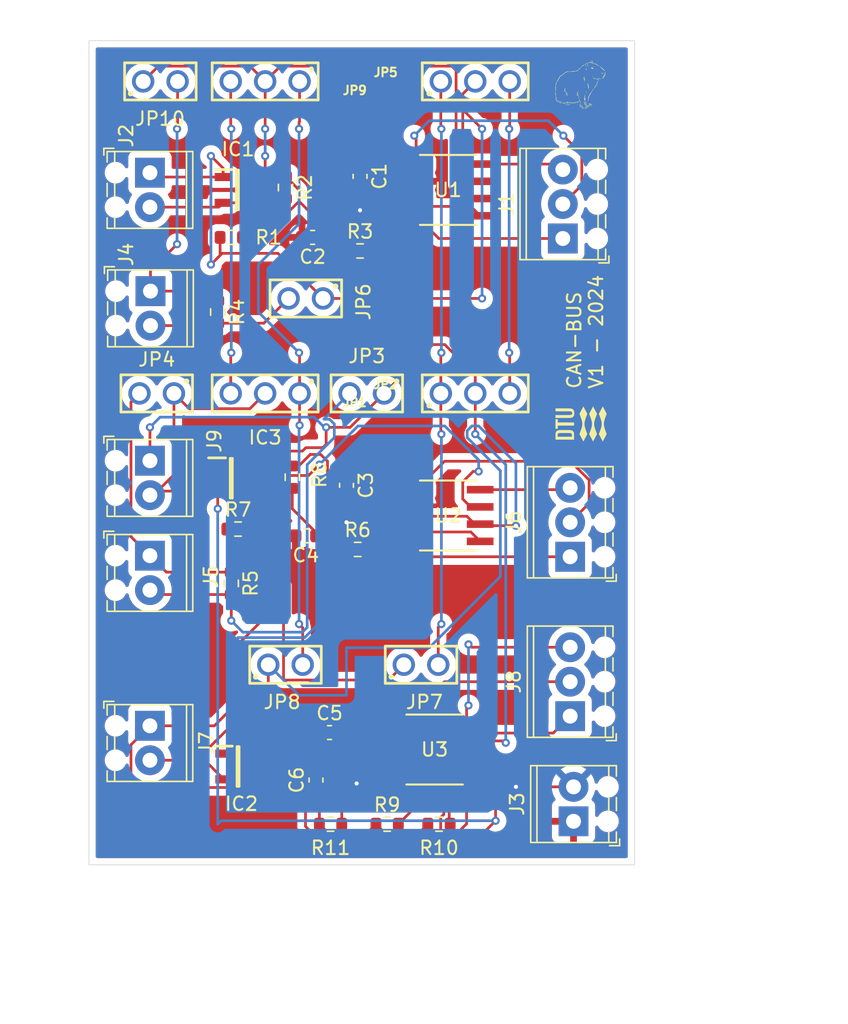
<source format=kicad_pcb>
(kicad_pcb (version 20240108) (generator "pcbnew") (generator_version "8.0")
  (layers (0 "F.Cu" signal) (31 "B.Cu" signal) (34 "B.Paste" user) (35 "F.Paste" user) (36 "B.SilkS" user "B.Silkscreen") (37 "F.SilkS" user "F.Silkscreen") (38 "B.Mask" user) (39 "F.Mask" user) (44 "Edge.Cuts" user))
  (net 0 "")
  (net 1 "+5V")
  (net 2 "GND")
  (net 3 "Net-(C2-Pad1)")
  (net 4 "Net-(C4-Pad1)")
  (net 5 "Net-(C6-Pad1)")
  (net 6 "Net-(IC1-IO_2)")
  (net 7 "Net-(IC1-IO_1)")
  (net 8 "CAN_L_MIDDLE1")
  (net 9 "Net-(IC2-IO_1)")
  (net 10 "Net-(IC3-IO_1)")
  (net 11 "Net-(IC3-IO_2)")
  (net 12 "Net-(J1-Pin_2)")
  (net 13 "Net-(J1-Pin_3)")
  (net 14 "Net-(J1-Pin_1)")
  (net 15 "Net-(J4-Pin_1)")
  (net 16 "Net-(J4-Pin_2)")
  (net 17 "Net-(J5-Pin_2)")
  (net 18 "Net-(J5-Pin_1)")
  (net 19 "Net-(J6-Pin_1)")
  (net 20 "Net-(J6-Pin_3)")
  (net 21 "Net-(J6-Pin_2)")
  (net 22 "Net-(J8-Pin_1)")
  (net 23 "Net-(J8-Pin_2)")
  (net 24 "Net-(J8-Pin_3)")
  (net 25 "Net-(U1-SPLIT)")
  (net 26 "Net-(U2-SPLIT)")
  (net 27 "Net-(U3-SPLIT)")
  (net 28 "CAN_L_NO_MIDDLE")
  (net 29 "CAN_H_MIDDLE1")
  (net 30 "CAN_H_NO_MIDDLE")
  (net 31 "Net-(IC2-IO_2)")
  (footprint "Resistor_SMD:R_0603_1608Metric" (layer "F.Cu") (at 159.5 62.825 -90)
    (property "Reference" "R2")
    (property "Value" "60")
  )
  (footprint "Library:dtu" (layer "F.Cu") (at 181.25 80.25 90)
    (property "Reference" "G***" (hide yes))
    (property "Value" "LOGO" (hide yes))
  )
  (footprint "ESD2CAN:SOT95P237X112-3N" (layer "F.Cu") (at 155.5 84.25)
    (property "Reference" "IC3")
    (property "Value" "ESD2CANFD24DBZRQ1" (hide yes))
  )
  (footprint "Library:capy" (layer "F.Cu") (at 181.25 55.25)
    (property "Reference" "G***" (hide yes))
    (property "Value" "LOGO" (hide yes))
  )
  (footprint "Resistor_SMD:R_0603_1608Metric" (layer "F.Cu") (at 170.825 109.75 180)
    (property "Reference" "R10")
    (property "Value" "60")
  )
  (footprint "Resistor_SMD:R_0603_1608Metric" (layer "F.Cu") (at 156 88)
    (property "Reference" "R7")
    (property "Value" "60")
  )
  (footprint "Capacitor_SMD:C_0603_1608Metric" (layer "F.Cu") (at 164 84.775 -90)
    (property "Reference" "C3")
    (property "Value" "0.1 uF")
  )
  (footprint "TerminalBlock_Phoenix:TerminalBlock_Phoenix_MPT-0,5-2-2.54_1x02_P2.54mm_Horizontal" (layer "F.Cu") (at 149.5 89.96 -90)
    (property "Reference" "J5")
    (property "Value" "Screw_Terminal_01x02")
  )
  (footprint "MCP2561FD:SOIC8-N_MC_MCH" (layer "F.Cu") (at 170.5 104.25)
    (property "Reference" "U3")
    (property "Value" "MCP2561FD-H/SN")
  )
  (footprint "Capacitor_SMD:C_0603_1608Metric" (layer "F.Cu") (at 161 88.5 180)
    (property "Reference" "C4")
    (property "Value" "4700 pF")
  )
  (footprint "2x1_2_54mm:61300211121" (layer "F.Cu") (at 169.5 98)
    (property "Reference" "JP7")
    (property "Value" "Jumper_2_Open")
  )
  (footprint "Resistor_SMD:R_0603_1608Metric" (layer "F.Cu") (at 162.825 109.75)
    (property "Reference" "R11")
    (property "Value" "60")
  )
  (footprint "Resistor_SMD:R_0603_1608Metric" (layer "F.Cu") (at 164.825 89.5)
    (property "Reference" "R6")
    (property "Value" "300")
  )
  (footprint "TerminalBlock_Phoenix:TerminalBlock_Phoenix_MPT-0,5-3-2.54_1x03_P2.54mm_Horizontal" (layer "F.Cu") (at 179.96 66.58 90)
    (property "Reference" "J1")
    (property "Value" "Screw_Terminal_01x03")
  )
  (footprint "Capacitor_SMD:C_0603_1608Metric" (layer "F.Cu") (at 162.75 103)
    (property "Reference" "C5")
    (property "Value" "0.1 uF")
  )
  (footprint "TerminalBlock_Phoenix:TerminalBlock_Phoenix_MPT-0,5-2-2.54_1x02_P2.54mm_Horizontal" (layer "F.Cu") (at 149.5 102.5 -90)
    (property "Reference" "J7")
    (property "Value" "Screw_Terminal_01x02")
  )
  (footprint "Resistor_SMD:R_0603_1608Metric" (layer "F.Cu") (at 154.5 72 -90)
    (property "Reference" "R4")
    (property "Value" "120")
  )
  (footprint "MCP2561FD:SOIC8-N_MC_MCH" (layer "F.Cu") (at 171.5 87)
    (property "Reference" "U2")
    (property "Value" "MCP2561FD-H/SN")
  )
  (footprint "TerminalBlock_Phoenix:TerminalBlock_Phoenix_MPT-0,5-2-2.54_1x02_P2.54mm_Horizontal" (layer "F.Cu") (at 149.54 70.46 -90)
    (property "Reference" "J4")
    (property "Value" "Screw_Terminal_01x02")
  )
  (footprint "TerminalBlock_Phoenix:TerminalBlock_Phoenix_MPT-0,5-3-2.54_1x03_P2.54mm_Horizontal" (layer "F.Cu") (at 180.5 101.79 90)
    (property "Reference" "J8")
    (property "Value" "Screw_Terminal_01x03")
  )
  (footprint "3x1_2_54mm:61300311121" (layer "F.Cu") (at 173.5 78)
    (property "Reference" "JP2")
    (property "Value" "Jumper_3_Open")
  )
  (footprint "2x1_2_54mm:61300211121" (layer "F.Cu") (at 161 71 180)
    (property "Reference" "JP6")
    (property "Value" "Jumper_2_Open")
  )
  (footprint "2x1_2_54mm:61300211121" (layer "F.Cu") (at 150 78 180)
    (property "Reference" "JP4")
    (property "Value" "Jumper_2_Open")
  )
  (footprint "Resistor_SMD:R_0603_1608Metric" (layer "F.Cu") (at 160 84.175 90)
    (property "Reference" "R8")
    (property "Value" "60")
  )
  (footprint "Resistor_SMD:R_0603_1608Metric" (layer "F.Cu") (at 167 109.75)
    (property "Reference" "R9")
    (property "Value" "300")
  )
  (footprint "Capacitor_SMD:C_0603_1608Metric" (layer "F.Cu") (at 165 62 -90)
    (property "Reference" "C1")
    (property "Value" "0.1 uF")
  )
  (footprint "3x1_2_54mm:61300311121" (layer "F.Cu") (at 173.5 55)
    (property "Reference" "JP5")
    (property "Value" "Jumper_3_Open")
  )
  (footprint "TerminalBlock_Phoenix:TerminalBlock_Phoenix_MPT-0,5-3-2.54_1x03_P2.54mm_Horizontal" (layer "F.Cu") (at 180.5 90.04 90)
    (property "Reference" "J6")
    (property "Value" "Screw_Terminal_01x03")
  )
  (footprint "MCP2561FD:SOIC8-N_MC_MCH" (layer "F.Cu") (at 171.5 63)
    (property "Reference" "U1")
    (property "Value" "MCP2561FD-H/SN")
  )
  (footprint "TerminalBlock_Phoenix:TerminalBlock_Phoenix_MPT-0,5-2-2.54_1x02_P2.54mm_Horizontal" (layer "F.Cu") (at 180.75 109.54 90)
    (property "Reference" "J3")
    (property "Value" "Screw_Terminal_01x02")
  )
  (footprint "2x1_2_54mm:61300211121" (layer "F.Cu") (at 165.5 78 180)
    (property "Reference" "JP3")
    (property "Value" "Jumper_2_Open")
  )
  (footprint "Capacitor_SMD:C_0603_1608Metric" (layer "F.Cu") (at 161.75 106.5 90)
    (property "Reference" "C6")
    (property "Value" "4700 pF")
  )
  (footprint "3x1_2_54mm:61300311121" (layer "F.Cu") (at 158 55 180)
    (property "Reference" "JP9")
    (property "Value" "Jumper_3_Open")
  )
  (footprint "2x1_2_54mm:61300211121" (layer "F.Cu") (at 150.27 55)
    (property "Reference" "JP10")
    (property "Value" "Jumper_2_Open")
  )
  (footprint "Resistor_SMD:R_0603_1608Metric" (layer "F.Cu") (at 155.5 92 -90)
    (property "Reference" "R5")
    (property "Value" "120")
  )
  (footprint "ESD2CAN:SOT95P237X112-3N" (layer "F.Cu") (at 155.95 63)
    (property "Reference" "IC1")
    (property "Value" "ESD2CANFD24DBZRQ1" (hide yes))
  )
  (footprint "2x1_2_54mm:61300211121" (layer "F.Cu") (at 159.5 98)
    (property "Reference" "JP8")
    (property "Value" "Jumper_2_Open")
  )
  (footprint "ESD2CAN:SOT95P237X112-3N" (layer "F.Cu") (at 156 105.5)
    (property "Reference" "IC2")
    (property "Value" "ESD2CANFD24DBZRQ1" (hide yes))
  )
  (footprint "Capacitor_SMD:C_0603_1608Metric" (layer "F.Cu") (at 161.5 66.5 180)
    (property "Reference" "C2")
    (property "Value" "4700 pF")
  )
  (footprint "3x1_2_54mm:61300311121" (layer "F.Cu") (at 158 78 180)
    (property "Reference" "JP1")
    (property "Value" "Jumper_3_Open")
  )
  (footprint "Resistor_SMD:R_0603_1608Metric" (layer "F.Cu") (at 155.5 66.5)
    (property "Reference" "R1")
    (property "Value" "60")
  )
  (footprint "TerminalBlock_Phoenix:TerminalBlock_Phoenix_MPT-0,5-2-2.54_1x02_P2.54mm_Horizontal" (layer "F.Cu") (at 149.5 61.73 -90)
    (property "Reference" "J2")
    (property "Value" "Screw_Terminal_01x02")
  )
  (footprint "TerminalBlock_Phoenix:TerminalBlock_Phoenix_MPT-0,5-2-2.54_1x02_P2.54mm_Horizontal" (layer "F.Cu") (at 149.5 82.96 -90)
    (property "Reference" "J9")
    (property "Value" "Screw_Terminal_01x02")
  )
  (footprint "Resistor_SMD:R_0603_1608Metric" (layer "F.Cu") (at 165 67.5)
    (property "Reference" "R3")
    (property "Value" "300")
  )
  (gr_rect (start 145 52) (end 185.25 112.75) (stroke (width 0.05)) (fill none) (layer "Edge.Cuts"))
  (gr_text "CAN-BUS\nV1 - 2024" (at 183 77.75 90) (layer "F.SilkS") (effects (font (size 1 1)) (justify left bottom)))
  (segment (start 165 106.75) (end 166.865 104.885) (width 0.2) (layer "F.Cu") (net 1))
  (segment (start 163.525 105.525) (end 164.75 106.75) (width 0.2) (layer "F.Cu") (net 1))
  (segment (start 165 62.775) (end 165.86 63.635) (width 0.2) (layer "F.Cu") (net 1))
  (segment (start 164.75 106.75) (end 165 106.75) (width 0.2) (layer "F.Cu") (net 1))
  (segment (start 164 87.5) (end 164 85.55) (width 0.2) (layer "F.Cu") (net 1))
  (segment (start 169.1378 87.635) (end 166.085 87.635) (width 0.2) (layer "F.Cu") (net 1))
  (segment (start 166.865 104.885) (end 168.1378 104.885) (width 0.2) (layer "F.Cu") (net 1))
  (segment (start 165.86 63.635) (end 169.1378 63.635) (width 0.2) (layer "F.Cu") (net 1))
  (segment (start 180.75 107) (end 176.5 107) (width 0.2) (layer "F.Cu") (net 1))
  (segment (start 166.085 87.635) (end 164 85.55) (width 0.2) (layer "F.Cu") (net 1))
  (segment (start 165 64.5) (end 165 62.775) (width 0.2) (layer "F.Cu") (net 1))
  (segment (start 163.525 103) (end 163.525 105.525) (width 0.2) (layer "F.Cu") (net 1))
  (via (at 165 64.5) (size 0.6) (drill 0.3) (layers "F.Cu" "B.Cu") (net 1))
  (via (at 176.5 107) (size 0.6) (drill 0.3) (layers "F.Cu" "B.Cu") (net 1))
  (via (at 164.75 106.75) (size 0.6) (drill 0.3) (layers "F.Cu" "B.Cu") (net 1))
  (via (at 164 87.5) (size 0.6) (drill 0.3) (layers "F.Cu" "B.Cu") (net 1))
  (segment (start 156 96) (end 155.75 96.25) (width 0.2) (layer "B.Cu") (net 1))
  (segment (start 164 92.914215) (end 160.914214 96) (width 0.2) (layer "B.Cu") (net 1))
  (segment (start 176.5 107) (end 165 107) (width 0.2) (layer "B.Cu") (net 1))
  (segment (start 165 107) (end 164.75 106.75) (width 0.2) (layer "B.Cu") (net 1))
  (segment (start 160.914214 96) (end 156 96) (width 0.2) (layer "B.Cu") (net 1))
  (segment (start 164 87.5) (end 164 92.914215) (width 0.2) (layer "B.Cu") (net 1))
  (segment (start 162.275 65.612648) (end 160.5 63.837648) (width 0.2) (layer "F.Cu") (net 3))
  (segment (start 160.5 63.837648) (end 160.5 63) (width 0.2) (layer "F.Cu") (net 3))
  (segment (start 160.5 63) (end 159.5 62) (width 0.2) (layer "F.Cu") (net 3))
  (segment (start 156.325 66.5) (end 157.837648 66.5) (width 0.2) (layer "F.Cu") (net 3))
  (segment (start 162.275 66.5) (end 163.175 66.5) (width 0.2) (layer "F.Cu") (net 3))
  (segment (start 163.175 66.5) (end 164.175 67.5) (width 0.2) (layer "F.Cu") (net 3))
  (segment (start 157.837648 66.5) (end 160.5 63.837648) (width 0.2) (layer "F.Cu") (net 3))
  (segment (start 162.275 66.5) (end 162.275 65.612648) (width 0.2) (layer "F.Cu") (net 3))
  (segment (start 161.775 88.275) (end 160 86.5) (width 0.2) (layer "F.Cu") (net 4))
  (segment (start 164 89.5) (end 162.775 89.5) (width 0.2) (layer "F.Cu") (net 4))
  (segment (start 160 85) (end 157 88) (width 0.2) (layer "F.Cu") (net 4))
  (segment (start 162.775 89.5) (end 161.775 88.5) (width 0.2) (layer "F.Cu") (net 4))
  (segment (start 157 88) (end 156.825 88) (width 0.2) (layer "F.Cu") (net 4))
  (segment (start 161.775 88.5) (end 161.775 88.275) (width 0.2) (layer "F.Cu") (net 4))
  (segment (start 160 86.5) (end 160 85) (width 0.2) (layer "F.Cu") (net 4))
  (segment (start 162.775 110.525) (end 162 109.75) (width 0.2) (layer "F.Cu") (net 5))
  (segment (start 165.4 110.525) (end 162.775 110.525) (width 0.2) (layer "F.Cu") (net 5))
  (segment (start 162 107.525) (end 161.75 107.275) (width 0.2) (layer "F.Cu") (net 5))
  (segment (start 166.95 110.525) (end 166.175 109.75) (width 0.2) (layer "F.Cu") (net 5))
  (segment (start 170 109.75) (end 169.225 110.525) (width 0.2) (layer "F.Cu") (net 5))
  (segment (start 162 109.75) (end 162 107.525) (width 0.2) (layer "F.Cu") (net 5))
  (segment (start 169.225 110.525) (end 166.95 110.525) (width 0.2) (layer "F.Cu") (net 5))
  (segment (start 166.175 109.75) (end 165.4 110.525) (width 0.2) (layer "F.Cu") (net 5))
  (segment (start 172.085 62.563799) (end 172.085 54.185) (width 0.2) (layer "F.Cu") (net 6))
  (segment (start 173.8622 63.635) (end 173.156201 63.635) (width 0.2) (layer "F.Cu") (net 6))
  (segment (start 150.125 53.875) (end 149 55) (width 0.2) (layer "F.Cu") (net 6))
  (segment (start 154.58 64.27) (end 154.9 63.95) (width 0.2) (layer "F.Cu") (net 6))
  (segment (start 171.775 53.875) (end 159.125 53.875) (width 0.2) (layer "F.Cu") (net 6))
  (segment (start 172.085 54.185) (end 171.775 53.875) (width 0.2) (layer "F.Cu") (net 6))
  (segment (start 149.5 64.27) (end 154.58 64.27) (width 0.2) (layer "F.Cu") (net 6))
  (segment (start 159.5 63.65) (end 158 62.15) (width 0.2) (layer "F.Cu") (net 6))
  (segment (start 158 62.15) (end 158 60.5) (width 0.2) (layer "F.Cu") (net 6))
  (segment (start 154.9 63.95) (end 156.125 63.95) (width 0.2) (layer "F.Cu") (net 6))
  (segment (start 156.425 63.65) (end 159.5 63.65) (width 0.2) (layer "F.Cu") (net 6))
  (segment (start 158 55) (end 156.875 53.875) (width 0.2) (layer "F.Cu") (net 6))
  (segment (start 156.875 53.875) (end 150.125 53.875) (width 0.2) (layer "F.Cu") (net 6))
  (segment (start 156.125 63.95) (end 156.425 63.65) (width 0.2) (layer "F.Cu") (net 6))
  (segment (start 173.156201 63.635) (end 172.085 62.563799) (width 0.2) (layer "F.Cu") (net 6))
  (segment (start 158 58.5) (end 158 55) (width 0.2) (layer "F.Cu") (net 6))
  (segment (start 159.125 53.875) (end 158 55) (width 0.2) (layer "F.Cu") (net 6))
  (via (at 158 60.5) (size 0.6) (drill 0.3) (layers "F.Cu" "B.Cu") (net 6))
  (via (at 158 58.5) (size 0.6) (drill 0.3) (layers "F.Cu" "B.Cu") (net 6))
  (segment (start 158 58.5) (end 158 60.5) (width 0.2) (layer "B.Cu") (net 6))
  (segment (start 173.268201 62.365) (end 172.577201 61.674) (width 0.2) (layer "F.Cu") (net 7))
  (segment (start 173.8622 62.365) (end 173.268201 62.365) (width 0.2) (layer "F.Cu") (net 7))
  (segment (start 149.82 62.05) (end 149.5 61.73) (width 0.2) (layer "F.Cu") (net 7))
  (segment (start 154.675 67.825) (end 154.675 66.5) (width 0.2) (layer "F.Cu") (net 7))
  (segment (start 174 71) (end 162.27 71) (width 0.2) (layer "F.Cu") (net 7))
  (segment (start 154.9 61.4) (end 154 60.5) (width 0.2) (layer "F.Cu") (net 7))
  (segment (start 162.27 71) (end 158.945 67.675) (width 0.2) (layer "F.Cu") (net 7))
  (segment (start 154.9 62.05) (end 149.82 62.05) (width 0.2) (layer "F.Cu") (net 7))
  (segment (start 172.577201 57.077201) (end 174 58.5) (width 0.2) (layer "F.Cu") (net 7))
  (segment (start 158.945 67.675) (end 154.825 67.675) (width 0.2) (layer "F.Cu") (net 7))
  (segment (start 154.9 62.05) (end 154.9 61.4) (width 0.2) (layer "F.Cu") (net 7))
  (segment (start 154 68.5) (end 154.5 68) (width 0.2) (layer "F.Cu") (net 7))
  (segment (start 172.577201 61.674) (end 172.577201 56.5) (width 0.2) (layer "F.Cu") (net 7))
  (segment (start 154.825 67.675) (end 154.5 68) (width 0.2) (layer "F.Cu") (net 7))
  (segment (start 172.577201 56.5) (end 172.577201 57.077201) (width 0.2) (layer "F.Cu") (net 7))
  (segment (start 172.577201 55.922799) (end 173.5 55) (width 0.2) (layer "F.Cu") (net 7))
  (segment (start 154.5 68) (end 154.675 67.825) (width 0.2) (layer "F.Cu") (net 7))
  (segment (start 172.577201 56.5) (end 172.577201 55.922799) (width 0.2) (layer "F.Cu") (net 7))
  (via (at 174 71) (size 0.6) (drill 0.3) (layers "F.Cu" "B.Cu") (net 7))
  (via (at 154 60.5) (size 0.6) (drill 0.3) (layers "F.Cu" "B.Cu") (net 7))
  (via (at 154 68.5) (size 0.6) (drill 0.3) (layers "F.Cu" "B.Cu") (net 7))
  (via (at 174 58.5) (size 0.6) (drill 0.3) (layers "F.Cu" "B.Cu") (net 7))
  (segment (start 154 60.5) (end 154 68.5) (width 0.2) (layer "B.Cu") (net 7))
  (segment (start 174 58.5) (end 174 71) (width 0.2) (layer "B.Cu") (net 7))
  (segment (start 160.5 58.5) (end 160.5 58) (width 0.2) (layer "F.Cu") (net 8))
  (segment (start 160.54 57.96) (end 160.54 55) (width 0.2) (layer "F.Cu") (net 8))
  (segment (start 160.77 95.27) (end 160.77 98) (width 0.2) (layer "F.Cu") (net 8))
  (segment (start 160.5 58) (end 160.54 57.96) (width 0.2) (layer "F.Cu") (net 8))
  (segment (start 160.5 75) (end 160.54 75.04) (width 0.2) (layer "F.Cu") (net 8))
  (segment (start 160.54 80.35) (end 160.54 78) (width 0.2) (layer "F.Cu") (net 8))
  (segment (start 160.5 95) (end 160.77 95.27) (width 0.2) (layer "F.Cu") (net 8))
  (segment (start 160.54 75.04) (end 160.54 78) (width 0.2) (layer "F.Cu") (net 8))
  (via (at 160.54 80.35) (size 0.6) (drill 0.3) (layers "F.Cu" "B.Cu") (net 8))
  (via (at 160.5 95) (size 0.6) (drill 0.3) (layers "F.Cu" "B.Cu") (net 8))
  (via (at 160.5 75) (size 0.6) (drill 0.3) (layers "F.Cu" "B.Cu") (net 8))
  (via (at 160.5 58.5) (size 0.6) (drill 0.3) (layers "F.Cu" "B.Cu") (net 8))
  (segment (start 160.54 80.35) (end 160.5 80.39) (width 0.2) (layer "B.Cu") (net 8))
  (segment (start 157.5 68.5) (end 157.5 72) (width 0.2) (layer "B.Cu") (net 8))
  (segment (start 160.5 80.39) (end 160.5 95) (width 0.2) (layer "B.Cu") (net 8))
  (segment (start 160.5 65.5) (end 157.5 68.5) (width 0.2) (layer "B.Cu") (net 8))
  (segment (start 160.5 58.5) (end 160.5 65.5) (width 0.2) (layer "B.Cu") (net 8))
  (segment (start 157.5 72) (end 160.5 75) (width 0.2) (layer "B.Cu") (net 8))
  (segment (start 156.25 96.25) (end 159.355 93.145) (width 0.2) (layer "F.Cu") (net 9))
  (segment (start 159.355 93.145) (end 159.355 92.18) (width 0.2) (layer "F.Cu") (net 9))
  (segment (start 162 83.25) (end 161.2 84.05) (width 0.2) (layer "F.Cu") (net 9))
  (segment (start 148.1 103.9) (end 149.5 102.5) (width 0.2) (layer "F.Cu") (net 9))
  (segment (start 159.125 84.05) (end 155.175 88) (width 0.2) (layer "F.Cu") (net 9))
  (segment (start 167.105 99.125) (end 159.355 99.125) (width 0.2) (layer "F.Cu") (net 9))
  (segment (start 156.25 100.5) (end 156.25 96.25) (width 0.2) (layer "F.Cu") (net 9))
  (segment (start 168.23 98) (end 167.105 99.125) (width 0.2) (layer "F.Cu") (net 9))
  (segment (start 149.5 102.5) (end 154.25 102.5) (width 0.2) (layer "F.Cu") (net 9))
  (segment (start 161.2 84.05) (end 159.125 84.05) (width 0.2) (layer "F.Cu") (net 9))
  (segment (start 173.156201 86.365) (end 173.8622 86.365) (width 0.2) (layer "F.Cu") (net 9))
  (segment (start 172.577201 84.516) (end 172.577201 85.786) (width 0.2) (layer "F.Cu") (net 9))
  (segment (start 159.355 99.125) (end 159.355 92.18) (width 0.2) (layer "F.Cu") (net 9))
  (segment (start 154.25 102.5) (end 156.25 100.5) (width 0.2) (layer "F.Cu") (net 9))
  (segment (start 148.1 106.35) (end 148.1 103.9) (width 0.2) (layer "F.Cu") (net 9))
  (segment (start 155.875 105.475) (end 155.875 107.05) (width 0.2) (layer "F.Cu") (net 9))
  (segment (start 159.355 92.18) (end 155.175 88) (width 0.2) (layer "F.Cu") (net 9))
  (segment (start 154.95 104.55) (end 155.875 105.475) (width 0.2) (layer "F.Cu") (net 9))
  (segment (start 172.577201 85.786) (end 173.156201 86.365) (width 0.2) (layer "F.Cu") (net 9))
  (segment (start 155.875 107.05) (end 148.8 107.05) (width 0.2) (layer "F.Cu") (net 9))
  (segment (start 173.343201 83.75) (end 172.577201 84.516) (width 0.2) (layer "F.Cu") (net 9))
  (segment (start 173.75 83.75) (end 173.343201 83.75) (width 0.2) (layer "F.Cu") (net 9))
  (segment (start 148.8 107.05) (end 148.1 106.35) (width 0.2) (layer "F.Cu") (net 9))
  (via (at 162 83.25) (size 0.6) (drill 0.3) (layers "F.Cu" "B.Cu") (net 9))
  (via (at 173.75 83.75) (size 0.6) (drill 0.3) (layers "F.Cu" "B.Cu") (net 9))
  (segment (start 173.75 83.75) (end 173.75 82.901471) (width 0.2) (layer "B.Cu") (net 9))
  (segment (start 171.248529 80.4) (end 164.85 80.4) (width 0.2) (layer "B.Cu") (net 9))
  (segment (start 164.85 80.4) (end 162 83.25) (width 0.2) (layer "B.Cu") (net 9))
  (segment (start 173.75 82.901471) (end 171.248529 80.4) (width 0.2) (layer "B.Cu") (net 9))
  (segment (start 173.5 78) (end 173.5 76.651471) (width 0.2) (layer "F.Cu") (net 10))
  (segment (start 173.5 76.651471) (end 171.248529 74.4) (width 0.2) (layer "F.Cu") (net 10))
  (segment (start 154.45 83.3) (end 155.5 82.25) (width 0.2) (layer "F.Cu") (net 10))
  (segment (start 162.5 80.5) (end 164.27 80.5) (width 0.2) (layer "F.Cu") (net 10))
  (segment (start 160.75 82.25) (end 161 82) (width 0.2) (layer "F.Cu") (net 10))
  (segment (start 175.615 103.615) (end 175.75 103.75) (width 0.2) (layer "F.Cu") (net 10))
  (segment (start 162.5 81.75) (end 162.5 80.5) (width 0.2) (layer "F.Cu") (net 10))
  (segment (start 155.5 82.25) (end 160.75 82.25) (width 0.2) (layer "F.Cu") (net 10))
  (segment (start 149.5 82.96) (end 149.5 80.5) (width 0.2) (layer "F.Cu") (net 10))
  (segment (start 172.8622 103.615) (end 175.615 103.615) (width 0.2) (layer "F.Cu") (net 10))
  (segment (start 173.5 81) (end 173.5 78) (width 0.2) (layer "F.Cu") (net 10))
  (segment (start 171.577201 104.306) (end 172.268201 103.615) (width 0.2) (layer "F.Cu") (net 10))
  (segment (start 170.37 74.4) (end 166.77 78) (width 0.2) (layer "F.Cu") (net 10))
  (segment (start 171.248529 74.4) (end 170.37 74.4) (width 0.2) (layer "F.Cu") (net 10))
  (segment (start 172.268201 103.615) (end 172.8622 103.615) (width 0.2) (layer "F.Cu") (net 10))
  (segment (start 162.25 82) (end 162.5 81.75) (width 0.2) (layer "F.Cu") (net 10))
  (segment (start 171.65 109.75) (end 171.577201 109.677201) (width 0.2) (layer "F.Cu") (net 10))
  (segment (start 171.577201 109.677201) (end 171.577201 104.306) (width 0.2) (layer "F.Cu") (net 10))
  (segment (start 164.27 80.5) (end 166.77 78) (width 0.2) (layer "F.Cu") (net 10))
  (segment (start 161 82) (end 162.25 82) (width 0.2) (layer "F.Cu") (net 10))
  (via (at 175.75 103.75) (size 0.6) (drill 0.3) (layers "F.Cu" "B.Cu") (net 10))
  (via (at 162.5 80.5) (size 0.6) (drill 0.3) (layers "F.Cu" "B.Cu") (net 10))
  (via (at 173.5 81) (size 0.6) (drill 0.3) (layers "F.Cu" "B.Cu") (net 10))
  (via (at 149.5 80.5) (size 0.6) (drill 0.3) (layers "F.Cu" "B.Cu") (net 10))
  (segment (start 162.5 80.5) (end 162.364315 80.5) (width 0.2) (layer "B.Cu") (net 10))
  (segment (start 162.364315 80.5) (end 161.614315 79.75) (width 0.2) (layer "B.Cu") (net 10))
  (segment (start 150.25 79.75) (end 149.5 80.5) (width 0.2) (layer "B.Cu") (net 10))
  (segment (start 175.75 103.75) (end 175.75 83.25) (width 0.2) (layer "B.Cu") (net 10))
  (segment (start 175.75 83.25) (end 173.5 81) (width 0.2) (layer "B.Cu") (net 10))
  (segment (start 161.614315 79.75) (end 150.25 79.75) (width 0.2) (layer "B.Cu") (net 10))
  (segment (start 149.76 85.5) (end 151.27 83.99) (width 0.2) (layer "F.Cu") (net 11))
  (segment (start 173.575 110.925) (end 161.987352 110.925) (width 0.2) (layer "F.Cu") (net 11))
  (segment (start 149.5 85.5) (end 149.76 85.5) (width 0.2) (layer "F.Cu") (net 11))
  (segment (start 175 109.5) (end 173.575 110.925) (width 0.2) (layer "F.Cu") (net 11))
  (segment (start 156.875 79.125) (end 158 78) (width 0.2) (layer "F.Cu") (net 11))
  (segment (start 152.395 79.125) (end 156.875 79.125) (width 0.2) (layer "F.Cu") (net 11))
  (segment (start 173.568199 104.885) (end 172.8622 104.885) (width 0.2) (layer "F.Cu") (net 11))
  (segment (start 160.975 109.912648) (end 160.975 106.826304) (width 0.2) (layer "F.Cu") (net 11))
  (segment (start 175 106.316801) (end 173.568199 104.885) (width 0.2) (layer "F.Cu") (net 11))
  (segment (start 160.975 106.826304) (end 161.276304 106.525) (width 0.2) (layer "F.Cu") (net 11))
  (segment (start 154.5 85.25) (end 154.45 85.2) (width 0.2) (layer "F.Cu") (net 11))
  (segment (start 154.5 86.5) (end 154.5 85.25) (width 0.2) (layer "F.Cu") (net 11))
  (segment (start 163.65 107.925) (end 163.65 109.75) (width 0.2) (layer "F.Cu") (net 11))
  (segment (start 162.25 106.525) (end 163.65 107.925) (width 0.2) (layer "F.Cu") (net 11))
  (segment (start 154.45 85.2) (end 149.8 85.2) (width 0.2) (layer "F.Cu") (net 11))
  (segment (start 151.27 83.99) (end 151.27 78) (width 0.2) (layer "F.Cu") (net 11))
  (segment (start 151.27 78) (end 152.395 79.125) (width 0.2) (layer "F.Cu") (net 11))
  (segment (start 175 109.5) (end 175 106.316801) (width 0.2) (layer "F.Cu") (net 11))
  (segment (start 161.987352 110.925) (end 160.975 109.912648) (width 0.2) (layer "F.Cu") (net 11))
  (segment (start 161.276304 106.525) (end 162.25 106.525) (width 0.2) (layer "F.Cu") (net 11))
  (segment (start 149.8 85.2) (end 149.5 85.5) (width 0.2) (layer "F.Cu") (net 11))
  (via (at 154.5 86.5) (size 0.6) (drill 0.3) (layers "F.Cu" "B.Cu") (net 11))
  (via (at 175 109.5) (size 0.6) (drill 0.3) (layers "F.Cu" "B.Cu") (net 11))
  (segment (start 175 109.5) (end 154.75 109.5) (width 0.2) (layer "B.Cu") (net 11))
  (segment (start 154.5 86.5) (end 154.5 109.75) (width 0.2) (layer "B.Cu") (net 11))
  (segment (start 154.75 109.5) (end 154.5 109.75) (width 0.2) (layer "B.Cu") (net 11))
  (segment (start 181.36 60.36) (end 181.36 62.64) (width 0.2) (layer "F.Cu") (net 12))
  (segment (start 180 59) (end 181.36 60.36) (width 0.2) (layer "F.Cu") (net 12))
  (segment (start 169 59) (end 169.1378 59.1378) (width 0.2) (layer "F.Cu") (net 12))
  (segment (start 181.36 62.64) (end 179.96 64.04) (width 0.2) (layer "F.Cu") (net 12))
  (segment (start 169.1378 59.1378) (end 169.1378 61.095) (width 0.2) (layer "F.Cu") (net 12))
  (via (at 180 59) (size 0.6) (drill 0.3) (layers "F.Cu" "B.Cu") (net 12))
  (via (at 169 59) (size 0.6) (drill 0.3) (layers "F.Cu" "B.Cu") (net 12))
  (segment (start 178.9 57.9) (end 180 59) (width 0.2) (layer "B.Cu") (net 12))
  (segment (start 169 59) (end 170.1 57.9) (width 0.2) (layer "B.Cu") (net 12))
  (segment (start 170.1 57.9) (end 178.9 57.9) (width 0.2) (layer "B.Cu") (net 12))
  (segment (start 173.8622 61.095) (end 179.555 61.095) (width 0.2) (layer "F.Cu") (net 13))
  (segment (start 179.555 61.095) (end 179.96 61.5) (width 0.2) (layer "F.Cu") (net 13))
  (segment (start 170.8128 66.58) (end 169.1378 64.905) (width 0.2) (layer "F.Cu") (net 14))
  (segment (start 179.96 66.58) (end 170.8128 66.58) (width 0.2) (layer "F.Cu") (net 14))
  (segment (start 151.5 58.5) (end 151.54 58.46) (width 0.2) (layer "F.Cu") (net 15))
  (segment (start 149.54 70.46) (end 149.54 68.96) (width 0.2) (layer "F.Cu") (net 15))
  (segment (start 149.54 70.46) (end 153.785 70.46) (width 0.2) (layer "F.Cu") (net 15))
  (segment (start 151.54 58.46) (end 151.54 55) (width 0.2) (layer "F.Cu") (net 15))
  (segment (start 153.785 70.46) (end 154.5 71.175) (width 0.2) (layer "F.Cu") (net 15))
  (segment (start 149.54 68.96) (end 151.5 67) (width 0.2) (layer "F.Cu") (net 15))
  (via (at 151.5 58.5) (size 0.6) (drill 0.3) (layers "F.Cu" "B.Cu") (net 15))
  (via (at 151.5 67) (size 0.6) (drill 0.3) (layers "F.Cu" "B.Cu") (net 15))
  (segment (start 151.5 58.5) (end 151.5 67) (width 0.2) (layer "B.Cu") (net 15))
  (segment (start 149.54 73) (end 154.325 73) (width 0.2) (layer "F.Cu") (net 16))
  (segment (start 154.5 72.825) (end 157.905 72.825) (width 0.2) (layer "F.Cu") (net 16))
  (segment (start 157.905 72.825) (end 159.73 71) (width 0.2) (layer "F.Cu") (net 16))
  (segment (start 154.325 73) (end 154.5 72.825) (width 0.2) (layer "F.Cu") (net 16))
  (segment (start 149.825 92.825) (end 149.5 92.5) (width 0.2) (layer "F.Cu") (net 17))
  (segment (start 155.5 92.825) (end 149.825 92.825) (width 0.2) (layer "F.Cu") (net 17))
  (segment (start 155.5 94.75) (end 155.5 92.825) (width 0.2) (layer "F.Cu") (net 17))
  (via (at 155.5 94.75) (size 0.6) (drill 0.3) (layers "F.Cu" "B.Cu") (net 17))
  (segment (start 163.1 81.25) (end 161.1 83.25) (width 0.2) (layer "B.Cu") (net 17))
  (segment (start 163.1 80.251471) (end 163.1 81.25) (width 0.2) (layer "B.Cu") (net 17))
  (segment (start 156.35 95.6) (end 155.5 94.75) (width 0.2) (layer "B.Cu") (net 17))
  (segment (start 161.1 83.25) (end 161.1 95.248529) (width 0.2) (layer "B.Cu") (net 17))
  (segment (start 161.1 95.248529) (end 160.748529 95.6) (width 0.2) (layer "B.Cu") (net 17))
  (segment (start 160.748529 95.6) (end 156.35 95.6) (width 0.2) (layer "B.Cu") (net 17))
  (segment (start 164.23 78) (end 162.33 79.9) (width 0.2) (layer "B.Cu") (net 17))
  (segment (start 162.748529 79.9) (end 163.1 80.251471) (width 0.2) (layer "B.Cu") (net 17))
  (segment (start 162.33 79.9) (end 162.748529 79.9) (width 0.2) (layer "B.Cu") (net 17))
  (segment (start 148.1 78.63) (end 148.73 78) (width 0.2) (layer "F.Cu") (net 18))
  (segment (start 155.5 91.175) (end 150.715 91.175) (width 0.2) (layer "F.Cu") (net 18))
  (segment (start 150.715 91.175) (end 149.5 89.96) (width 0.2) (layer "F.Cu") (net 18))
  (segment (start 149.5 89.96) (end 148.1 88.56) (width 0.2) (layer "F.Cu") (net 18))
  (segment (start 148.1 88.56) (end 148.1 78.63) (width 0.2) (layer "F.Cu") (net 18))
  (segment (start 169.1378 88.905) (end 170.2728 90.04) (width 0.2) (layer "F.Cu") (net 19))
  (segment (start 170.2728 90.04) (end 180.5 90.04) (width 0.2) (layer "F.Cu") (net 19))
  (segment (start 173.8622 85.095) (end 180.365 85.095) (width 0.2) (layer "F.Cu") (net 20))
  (segment (start 180.365 85.095) (end 180.5 84.96) (width 0.2) (layer "F.Cu") (net 20))
  (segment (start 169.1378 85.095) (end 171.2328 83) (width 0.2) (layer "F.Cu") (net 21))
  (segment (start 181.9 84.380101) (end 181.9 86.1) (width 0.2) (layer "F.Cu") (net 21))
  (segment (start 171.2328 83) (end 180.519899 83) (width 0.2) (layer "F.Cu") (net 21))
  (segment (start 181.9 86.1) (end 180.5 87.5) (width 0.2) (layer "F.Cu") (net 21))
  (segment (start 180.519899 83) (end 181.9 84.380101) (width 0.2) (layer "F.Cu") (net 21))
  (segment (start 179.254 103.036) (end 180.5 101.79) (width 0.2) (layer "F.Cu") (net 22))
  (segment (start 171.577201 103.036) (end 179.254 103.036) (width 0.2) (layer "F.Cu") (net 22))
  (segment (start 171.577201 103.740314) (end 171.577201 103.036) (width 0.2) (layer "F.Cu") (net 22))
  (segment (start 168.1378 106.155) (end 169.162515 106.155) (width 0.2) (layer "F.Cu") (net 22))
  (segment (start 169.162515 106.155) (end 171.577201 103.740314) (width 0.2) (layer "F.Cu") (net 22))
  (segment (start 168.1378 102.345) (end 171.2328 99.25) (width 0.2) (layer "F.Cu") (net 23))
  (segment (start 171.2328 99.25) (end 180.5 99.25) (width 0.2) (layer "F.Cu") (net 23))
  (segment (start 172.8622 101.1378) (end 173 101) (width 0.2) (layer "F.Cu") (net 24))
  (segment (start 173 96.5) (end 173.21 96.71) (width 0.2) (layer "F.Cu") (net 24))
  (segment (start 172.8622 102.345) (end 172.8622 101.1378) (width 0.2) (layer "F.Cu") (net 24))
  (segment (start 173.21 96.71) (end 180.5 96.71) (width 0.2) (layer "F.Cu") (net 24))
  (via (at 173 96.5) (size 0.6) (drill 0.3) (layers "F.Cu" "B.Cu") (net 24))
  (via (at 173 101) (size 0.6) (drill 0.3) (layers "F.Cu" "B.Cu") (net 24))
  (segment (start 173 101) (end 173 96.5) (width 0.2) (layer "B.Cu") (net 24))
  (segment (start 165.825 67.5) (end 165.825 66.012648) (width 0.2) (layer "F.Cu") (net 25))
  (segment (start 165.825 66.012648) (end 167.623648 64.214) (width 0.2) (layer "F.Cu") (net 25))
  (segment (start 173.8622 64.905) (end 173.1712 64.214) (width 0.2) (layer "F.Cu") (net 25))
  (segment (start 173.1712 64.214) (end 167.623648 64.214) (width 0.2) (layer "F.Cu") (net 25))
  (segment (start 165.65 89.5) (end 165.65 89.025) (width 0.2) (layer "F.Cu") (net 26))
  (segment (start 166.461 88.214) (end 173.1712 88.214) (width 0.2) (layer "F.Cu") (net 26))
  (segment (start 173.1712 88.214) (end 173.8622 88.905) (width 0.2) (layer "F.Cu") (net 26))
  (segment (start 165.65 89.025) (end 166.461 88.214) (width 0.2) (layer "F.Cu") (net 26))
  (segment (start 171.177201 106.397799) (end 171.177201 109.035151) (width 0.2) (layer "F.Cu") (net 27))
  (segment (start 170.95 109.262352) (end 170.95 110.237648) (width 0.2) (layer "F.Cu") (net 27))
  (segment (start 171.237352 110.525) (end 172.062648 110.525) (width 0.2) (layer "F.Cu") (net 27))
  (segment (start 172.8622 109.725448) (end 172.8622 106.155) (width 0.2) (layer "F.Cu") (net 27))
  (segment (start 167.825 109.75) (end 171.177201 106.397799) (width 0.2) (layer "F.Cu") (net 27))
  (segment (start 171.177201 109.035151) (end 170.95 109.262352) (width 0.2) (layer "F.Cu") (net 27))
  (segment (start 170.95 110.237648) (end 171.237352 110.525) (width 0.2) (layer "F.Cu") (net 27))
  (segment (start 172.062648 110.525) (end 172.8622 109.725448) (width 0.2) (layer "F.Cu") (net 27))
  (segment (start 155.5 58.5) (end 155.46 58.46) (width 0.2) (layer "F.Cu") (net 28))
  (segment (start 155.5 75) (end 155.46 75.04) (width 0.2) (layer "F.Cu") (net 28))
  (segment (start 155.46 58.46) (end 155.46 55) (width 0.2) (layer "F.Cu") (net 28))
  (segment (start 155.46 75.04) (end 155.46 78) (width 0.2) (layer "F.Cu") (net 28))
  (via (at 155.5 58.5) (size 0.6) (drill 0.3) (layers "F.Cu" "B.Cu") (net 28))
  (via (at 155.5 75) (size 0.6) (drill 0.3) (layers "F.Cu" "B.Cu") (net 28))
  (segment (start 155.5 58.5) (end 155.5 75) (width 0.2) (layer "B.Cu") (net 28))
  (segment (start 170.96 78) (end 170.96 75.04) (width 0.2) (layer "F.Cu") (net 29))
  (segment (start 171 81) (end 170.96 80.96) (width 0.2) (layer "F.Cu") (net 29))
  (segment (start 170.96 80.96) (end 170.96 78) (width 0.2) (layer "F.Cu") (net 29))
  (segment (start 170.96 58.46) (end 171 58.5) (width 0.2) (layer "F.Cu") (net 29))
  (segment (start 170.77 98) (end 170.77 95.23) (width 0.2) (layer "F.Cu") (net 29))
  (segment (start 170.96 55) (end 170.96 58.46) (width 0.2) (layer "F.Cu") (net 29))
  (segment (start 170.96 75.04) (end 171 75) (width 0.2) (layer "F.Cu") (net 29))
  (segment (start 170.77 95.23) (end 171 95) (width 0.2) (layer "F.Cu") (net 29))
  (via (at 171 95) (size 0.6) (drill 0.3) (layers "F.Cu" "B.Cu") (net 29))
  (via (at 171 75) (size 0.6) (drill 0.3) (layers "F.Cu" "B.Cu") (net 29))
  (via (at 171 81) (size 0.6) (drill 0.3) (layers "F.Cu" "B.Cu") (net 29))
  (via (at 171 58.5) (size 0.6) (drill 0.3) (layers "F.Cu" "B.Cu") (net 29))
  (segment (start 171 58.5) (end 171 75) (width 0.2) (layer "B.Cu") (net 29))
  (segment (start 171 81) (end 171 95) (width 0.2) (layer "B.Cu") (net 29))
  (segment (start 176.04 78) (end 176.04 75.04) (width 0.2) (layer "F.Cu") (net 30))
  (segment (start 176.04 58.46) (end 176 58.5) (width 0.2) (layer "F.Cu") (net 30))
  (segment (start 176.04 55) (end 176.04 58.46) (width 0.2) (layer "F.Cu") (net 30))
  (segment (start 176.04 75.04) (end 176 75) (width 0.2) (layer "F.Cu") (net 30))
  (via (at 176 75) (size 0.6) (drill 0.3) (layers "F.Cu" "B.Cu") (net 30))
  (via (at 176 58.5) (size 0.6) (drill 0.3) (layers "F.Cu" "B.Cu") (net 30))
  (segment (start 176 58.5) (end 176 75) (width 0.2) (layer "B.Cu") (net 30))
  (segment (start 153.54 105.04) (end 154.95 106.45) (width 0.2) (layer "F.Cu") (net 31))
  (segment (start 172.8832 87.056) (end 173.4622 87.635) (width 0.2) (layer "F.Cu") (net 31))
  (segment (start 160.475 83.35) (end 161.325 82.5) (width 0.2) (layer "F.Cu") (net 31))
  (segment (start 153.54 105.04) (end 153.54 104.435) (width 0.2) (layer "F.Cu") (net 31))
  (segment (start 162.6 83.85) (end 163.5 84.75) (width 0.2) (layer "F.Cu") (net 31))
  (segment (start 162.098529 82.5) (end 162.6 83.001471) (width 0.2) (layer "F.Cu") (net 31))
  (segment (start 153.54 104.435) (end 158.23 99.745) (width 0.2) (layer "F.Cu") (net 31))
  (segment (start 176.5 87.75) (end 174.312885 87.75) (width 0.2) (layer "F.Cu") (net 31))
  (segment (start 160 83.35) (end 160.475 83.35) (width 0.2) (layer "F.Cu") (net 31))
  (segment (start 166.729696 87.056) (end 172.8832 87.056) (width 0.2) (layer "F.Cu") (net 31))
  (segment (start 164.423696 84.75) (end 166.729696 87.056) (width 0.2) (layer "F.Cu") (net 31))
  (segment (start 163.5 84.75) (end 164.423696 84.75) (width 0.2) (layer "F.Cu") (net 31))
  (segment (start 162.6 83.001471) (end 162.6 83.85) (width 0.2) (layer "F.Cu") (net 31))
  (segment (start 149.5 105.04) (end 153.54 105.04) (width 0.2) (layer "F.Cu") (net 31))
  (segment (start 161.325 82.5) (end 162.098529 82.5) (width 0.2) (layer "F.Cu") (net 31))
  (segment (start 158.23 99.745) (end 158.23 98) (width 0.2) (layer "F.Cu") (net 31))
  (via (at 176.5 87.75) (size 0.6) (drill 0.3) (layers "F.Cu" "B.Cu") (net 31))
  (segment (start 173.748529 80.4) (end 176.5 83.151471) (width 0.2) (layer "B.Cu") (net 31))
  (segment (start 172.9 81.248529) (end 172.9 80.751471) (width 0.2) (layer "B.Cu") (net 31))
  (segment (start 173.251471 80.4) (end 173.748529 80.4) (width 0.2) (layer "B.Cu") (net 31))
  (segment (start 170.098529 96.75) (end 175.35 91.498529) (width 0.2) (layer "B.Cu") (net 31))
  (segment (start 164 100.25) (end 160.48 100.25) (width 0.2) (layer "B.Cu") (net 31))
  (segment (start 164 96.75) (end 164 100.25) (width 0.2) (layer "B.Cu") (net 31))
  (segment (start 175.35 91.498529) (end 175.35 83.698529) (width 0.2) (layer "B.Cu") (net 31))
  (segment (start 164 96.75) (end 170.098529 96.75) (width 0.2) (layer "B.Cu") (net 31))
  (segment (start 160.48 100.25) (end 158.23 98) (width 0.2) (layer "B.Cu") (net 31))
  (segment (start 176.5 83.151471) (end 176.5 87.75) (width 0.2) (layer "B.Cu") (net 31))
  (segment (start 172.9 80.751471) (end 173.251471 80.4) (width 0.2) (layer "B.Cu") (net 31))
  (segment (start 175.35 83.698529) (end 172.9 81.248529) (width 0.2) (layer "B.Cu") (net 31))
  (zone (net 2) (net_name "GND") (layer "F.Cu") (connect_pads (clearance 0.5)) (min_thickness 0.25) (fill yes (thermal_gap 0.5) (thermal_bridge_width 0.5))
    (polygon (pts (xy 141 49) (xy 141 124.5) (xy 201 124.5) (xy 201 49)))
  )
  (zone (net 1) (net_name "+5V") (layer "B.Cu") (priority 1) (connect_pads (clearance 0.5)) (min_thickness 0.25) (fill yes (thermal_gap 0.5) (thermal_bridge_width 0.5))
    (polygon (pts (xy 200.5 49) (xy 192 49) (xy 141 49) (xy 141 124.5) (xy 201 124.5)))
  )
)
</source>
